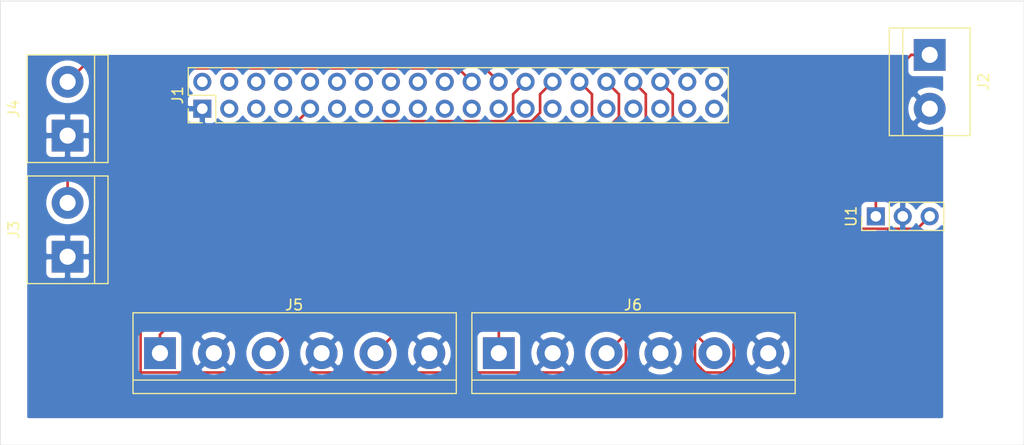
<source format=kicad_pcb>
(kicad_pcb (version 20171130) (host pcbnew "(5.1.4)-1")

  (general
    (thickness 1.6)
    (drawings 5)
    (tracks 62)
    (zones 0)
    (modules 7)
    (nets 42)
  )

  (page A4)
  (layers
    (0 F.Cu signal)
    (31 B.Cu signal)
    (32 B.Adhes user)
    (33 F.Adhes user)
    (34 B.Paste user)
    (35 F.Paste user)
    (36 B.SilkS user)
    (37 F.SilkS user)
    (38 B.Mask user)
    (39 F.Mask user)
    (40 Dwgs.User user)
    (41 Cmts.User user)
    (42 Eco1.User user)
    (43 Eco2.User user)
    (44 Edge.Cuts user)
    (45 Margin user)
    (46 B.CrtYd user)
    (47 F.CrtYd user)
    (48 B.Fab user)
    (49 F.Fab user)
  )

  (setup
    (last_trace_width 0.25)
    (trace_clearance 0.2)
    (zone_clearance 0.508)
    (zone_45_only no)
    (trace_min 0.2)
    (via_size 0.8)
    (via_drill 0.4)
    (via_min_size 0.4)
    (via_min_drill 0.3)
    (uvia_size 0.3)
    (uvia_drill 0.1)
    (uvias_allowed no)
    (uvia_min_size 0.2)
    (uvia_min_drill 0.1)
    (edge_width 0.05)
    (segment_width 0.2)
    (pcb_text_width 0.3)
    (pcb_text_size 1.5 1.5)
    (mod_edge_width 0.12)
    (mod_text_size 1 1)
    (mod_text_width 0.15)
    (pad_size 1.524 1.524)
    (pad_drill 0.762)
    (pad_to_mask_clearance 0.051)
    (solder_mask_min_width 0.25)
    (aux_axis_origin 0 0)
    (visible_elements FFFFFF7F)
    (pcbplotparams
      (layerselection 0x010fc_ffffffff)
      (usegerberextensions false)
      (usegerberattributes false)
      (usegerberadvancedattributes false)
      (creategerberjobfile false)
      (excludeedgelayer true)
      (linewidth 0.100000)
      (plotframeref false)
      (viasonmask false)
      (mode 1)
      (useauxorigin false)
      (hpglpennumber 1)
      (hpglpenspeed 20)
      (hpglpendiameter 15.000000)
      (psnegative false)
      (psa4output false)
      (plotreference true)
      (plotvalue true)
      (plotinvisibletext false)
      (padsonsilk false)
      (subtractmaskfromsilk false)
      (outputformat 1)
      (mirror false)
      (drillshape 1)
      (scaleselection 1)
      (outputdirectory ""))
  )

  (net 0 "")
  (net 1 GND)
  (net 2 "Net-(J1-Pad2)")
  (net 3 "Net-(J1-Pad3)")
  (net 4 "Net-(J1-Pad4)")
  (net 5 "Net-(J1-Pad5)")
  (net 6 "Net-(J1-Pad6)")
  (net 7 "Net-(J1-Pad7)")
  (net 8 "Net-(J1-Pad8)")
  (net 9 +12V)
  (net 10 "Net-(J1-Pad10)")
  (net 11 "Net-(J1-Pad11)")
  (net 12 "Net-(J1-Pad12)")
  (net 13 "Net-(J1-Pad13)")
  (net 14 "Net-(J1-Pad14)")
  (net 15 "Net-(J1-Pad15)")
  (net 16 "Net-(J1-Pad16)")
  (net 17 "Net-(J1-Pad17)")
  (net 18 "Net-(J1-Pad18)")
  (net 19 "Net-(J1-Pad19)")
  (net 20 "Net-(J1-Pad20)")
  (net 21 "Net-(J1-Pad21)")
  (net 22 "Net-(J1-Pad22)")
  (net 23 "Net-(J1-Pad23)")
  (net 24 "Net-(J1-Pad24)")
  (net 25 "Net-(J1-Pad25)")
  (net 26 /X_PUL)
  (net 27 "Net-(J1-Pad27)")
  (net 28 /X_DIR)
  (net 29 "Net-(J1-Pad29)")
  (net 30 /X_ENA)
  (net 31 "Net-(J1-Pad31)")
  (net 32 /Y_PUL)
  (net 33 "Net-(J1-Pad33)")
  (net 34 /Y_DIR)
  (net 35 "Net-(J1-Pad35)")
  (net 36 /Y_ENA)
  (net 37 "Net-(J1-Pad37)")
  (net 38 "Net-(J1-Pad38)")
  (net 39 "Net-(J1-Pad39)")
  (net 40 "Net-(J1-Pad40)")
  (net 41 "Net-(J2-Pad1)")

  (net_class Default "This is the default net class."
    (clearance 0.2)
    (trace_width 0.25)
    (via_dia 0.8)
    (via_drill 0.4)
    (uvia_dia 0.3)
    (uvia_drill 0.1)
    (add_net +12V)
    (add_net /X_DIR)
    (add_net /X_ENA)
    (add_net /X_PUL)
    (add_net /Y_DIR)
    (add_net /Y_ENA)
    (add_net /Y_PUL)
    (add_net GND)
    (add_net "Net-(J1-Pad10)")
    (add_net "Net-(J1-Pad11)")
    (add_net "Net-(J1-Pad12)")
    (add_net "Net-(J1-Pad13)")
    (add_net "Net-(J1-Pad14)")
    (add_net "Net-(J1-Pad15)")
    (add_net "Net-(J1-Pad16)")
    (add_net "Net-(J1-Pad17)")
    (add_net "Net-(J1-Pad18)")
    (add_net "Net-(J1-Pad19)")
    (add_net "Net-(J1-Pad2)")
    (add_net "Net-(J1-Pad20)")
    (add_net "Net-(J1-Pad21)")
    (add_net "Net-(J1-Pad22)")
    (add_net "Net-(J1-Pad23)")
    (add_net "Net-(J1-Pad24)")
    (add_net "Net-(J1-Pad25)")
    (add_net "Net-(J1-Pad27)")
    (add_net "Net-(J1-Pad29)")
    (add_net "Net-(J1-Pad3)")
    (add_net "Net-(J1-Pad31)")
    (add_net "Net-(J1-Pad33)")
    (add_net "Net-(J1-Pad35)")
    (add_net "Net-(J1-Pad37)")
    (add_net "Net-(J1-Pad38)")
    (add_net "Net-(J1-Pad39)")
    (add_net "Net-(J1-Pad4)")
    (add_net "Net-(J1-Pad40)")
    (add_net "Net-(J1-Pad5)")
    (add_net "Net-(J1-Pad6)")
    (add_net "Net-(J1-Pad7)")
    (add_net "Net-(J1-Pad8)")
    (add_net "Net-(J2-Pad1)")
  )

  (module Connector_PinHeader_2.54mm:PinHeader_2x20_P2.54mm_Vertical (layer F.Cu) (tedit 59FED5CC) (tstamp 61FA4D21)
    (at 111.76 30.48 90)
    (descr "Through hole straight pin header, 2x20, 2.54mm pitch, double rows")
    (tags "Through hole pin header THT 2x20 2.54mm double row")
    (path /61F999CE)
    (fp_text reference J1 (at 1.27 -2.33 90) (layer F.SilkS)
      (effects (font (size 1 1) (thickness 0.15)))
    )
    (fp_text value Conn_02x20_Odd_Even (at 1.27 50.59 90) (layer F.Fab)
      (effects (font (size 1 1) (thickness 0.15)))
    )
    (fp_line (start 0 -1.27) (end 3.81 -1.27) (layer F.Fab) (width 0.1))
    (fp_line (start 3.81 -1.27) (end 3.81 49.53) (layer F.Fab) (width 0.1))
    (fp_line (start 3.81 49.53) (end -1.27 49.53) (layer F.Fab) (width 0.1))
    (fp_line (start -1.27 49.53) (end -1.27 0) (layer F.Fab) (width 0.1))
    (fp_line (start -1.27 0) (end 0 -1.27) (layer F.Fab) (width 0.1))
    (fp_line (start -1.33 49.59) (end 3.87 49.59) (layer F.SilkS) (width 0.12))
    (fp_line (start -1.33 1.27) (end -1.33 49.59) (layer F.SilkS) (width 0.12))
    (fp_line (start 3.87 -1.33) (end 3.87 49.59) (layer F.SilkS) (width 0.12))
    (fp_line (start -1.33 1.27) (end 1.27 1.27) (layer F.SilkS) (width 0.12))
    (fp_line (start 1.27 1.27) (end 1.27 -1.33) (layer F.SilkS) (width 0.12))
    (fp_line (start 1.27 -1.33) (end 3.87 -1.33) (layer F.SilkS) (width 0.12))
    (fp_line (start -1.33 0) (end -1.33 -1.33) (layer F.SilkS) (width 0.12))
    (fp_line (start -1.33 -1.33) (end 0 -1.33) (layer F.SilkS) (width 0.12))
    (fp_line (start -1.8 -1.8) (end -1.8 50.05) (layer F.CrtYd) (width 0.05))
    (fp_line (start -1.8 50.05) (end 4.35 50.05) (layer F.CrtYd) (width 0.05))
    (fp_line (start 4.35 50.05) (end 4.35 -1.8) (layer F.CrtYd) (width 0.05))
    (fp_line (start 4.35 -1.8) (end -1.8 -1.8) (layer F.CrtYd) (width 0.05))
    (fp_text user %R (at 1.27 24.13) (layer F.Fab)
      (effects (font (size 1 1) (thickness 0.15)))
    )
    (pad 1 thru_hole rect (at 0 0 90) (size 1.7 1.7) (drill 1) (layers *.Cu *.Mask)
      (net 1 GND))
    (pad 2 thru_hole oval (at 2.54 0 90) (size 1.7 1.7) (drill 1) (layers *.Cu *.Mask)
      (net 2 "Net-(J1-Pad2)"))
    (pad 3 thru_hole oval (at 0 2.54 90) (size 1.7 1.7) (drill 1) (layers *.Cu *.Mask)
      (net 3 "Net-(J1-Pad3)"))
    (pad 4 thru_hole oval (at 2.54 2.54 90) (size 1.7 1.7) (drill 1) (layers *.Cu *.Mask)
      (net 4 "Net-(J1-Pad4)"))
    (pad 5 thru_hole oval (at 0 5.08 90) (size 1.7 1.7) (drill 1) (layers *.Cu *.Mask)
      (net 5 "Net-(J1-Pad5)"))
    (pad 6 thru_hole oval (at 2.54 5.08 90) (size 1.7 1.7) (drill 1) (layers *.Cu *.Mask)
      (net 6 "Net-(J1-Pad6)"))
    (pad 7 thru_hole oval (at 0 7.62 90) (size 1.7 1.7) (drill 1) (layers *.Cu *.Mask)
      (net 7 "Net-(J1-Pad7)"))
    (pad 8 thru_hole oval (at 2.54 7.62 90) (size 1.7 1.7) (drill 1) (layers *.Cu *.Mask)
      (net 8 "Net-(J1-Pad8)"))
    (pad 9 thru_hole oval (at 0 10.16 90) (size 1.7 1.7) (drill 1) (layers *.Cu *.Mask)
      (net 9 +12V))
    (pad 10 thru_hole oval (at 2.54 10.16 90) (size 1.7 1.7) (drill 1) (layers *.Cu *.Mask)
      (net 10 "Net-(J1-Pad10)"))
    (pad 11 thru_hole oval (at 0 12.7 90) (size 1.7 1.7) (drill 1) (layers *.Cu *.Mask)
      (net 11 "Net-(J1-Pad11)"))
    (pad 12 thru_hole oval (at 2.54 12.7 90) (size 1.7 1.7) (drill 1) (layers *.Cu *.Mask)
      (net 12 "Net-(J1-Pad12)"))
    (pad 13 thru_hole oval (at 0 15.24 90) (size 1.7 1.7) (drill 1) (layers *.Cu *.Mask)
      (net 13 "Net-(J1-Pad13)"))
    (pad 14 thru_hole oval (at 2.54 15.24 90) (size 1.7 1.7) (drill 1) (layers *.Cu *.Mask)
      (net 14 "Net-(J1-Pad14)"))
    (pad 15 thru_hole oval (at 0 17.78 90) (size 1.7 1.7) (drill 1) (layers *.Cu *.Mask)
      (net 15 "Net-(J1-Pad15)"))
    (pad 16 thru_hole oval (at 2.54 17.78 90) (size 1.7 1.7) (drill 1) (layers *.Cu *.Mask)
      (net 16 "Net-(J1-Pad16)"))
    (pad 17 thru_hole oval (at 0 20.32 90) (size 1.7 1.7) (drill 1) (layers *.Cu *.Mask)
      (net 17 "Net-(J1-Pad17)"))
    (pad 18 thru_hole oval (at 2.54 20.32 90) (size 1.7 1.7) (drill 1) (layers *.Cu *.Mask)
      (net 18 "Net-(J1-Pad18)"))
    (pad 19 thru_hole oval (at 0 22.86 90) (size 1.7 1.7) (drill 1) (layers *.Cu *.Mask)
      (net 19 "Net-(J1-Pad19)"))
    (pad 20 thru_hole oval (at 2.54 22.86 90) (size 1.7 1.7) (drill 1) (layers *.Cu *.Mask)
      (net 20 "Net-(J1-Pad20)"))
    (pad 21 thru_hole oval (at 0 25.4 90) (size 1.7 1.7) (drill 1) (layers *.Cu *.Mask)
      (net 21 "Net-(J1-Pad21)"))
    (pad 22 thru_hole oval (at 2.54 25.4 90) (size 1.7 1.7) (drill 1) (layers *.Cu *.Mask)
      (net 22 "Net-(J1-Pad22)"))
    (pad 23 thru_hole oval (at 0 27.94 90) (size 1.7 1.7) (drill 1) (layers *.Cu *.Mask)
      (net 23 "Net-(J1-Pad23)"))
    (pad 24 thru_hole oval (at 2.54 27.94 90) (size 1.7 1.7) (drill 1) (layers *.Cu *.Mask)
      (net 24 "Net-(J1-Pad24)"))
    (pad 25 thru_hole oval (at 0 30.48 90) (size 1.7 1.7) (drill 1) (layers *.Cu *.Mask)
      (net 25 "Net-(J1-Pad25)"))
    (pad 26 thru_hole oval (at 2.54 30.48 90) (size 1.7 1.7) (drill 1) (layers *.Cu *.Mask)
      (net 26 /X_PUL))
    (pad 27 thru_hole oval (at 0 33.02 90) (size 1.7 1.7) (drill 1) (layers *.Cu *.Mask)
      (net 27 "Net-(J1-Pad27)"))
    (pad 28 thru_hole oval (at 2.54 33.02 90) (size 1.7 1.7) (drill 1) (layers *.Cu *.Mask)
      (net 28 /X_DIR))
    (pad 29 thru_hole oval (at 0 35.56 90) (size 1.7 1.7) (drill 1) (layers *.Cu *.Mask)
      (net 29 "Net-(J1-Pad29)"))
    (pad 30 thru_hole oval (at 2.54 35.56 90) (size 1.7 1.7) (drill 1) (layers *.Cu *.Mask)
      (net 30 /X_ENA))
    (pad 31 thru_hole oval (at 0 38.1 90) (size 1.7 1.7) (drill 1) (layers *.Cu *.Mask)
      (net 31 "Net-(J1-Pad31)"))
    (pad 32 thru_hole oval (at 2.54 38.1 90) (size 1.7 1.7) (drill 1) (layers *.Cu *.Mask)
      (net 32 /Y_PUL))
    (pad 33 thru_hole oval (at 0 40.64 90) (size 1.7 1.7) (drill 1) (layers *.Cu *.Mask)
      (net 33 "Net-(J1-Pad33)"))
    (pad 34 thru_hole oval (at 2.54 40.64 90) (size 1.7 1.7) (drill 1) (layers *.Cu *.Mask)
      (net 34 /Y_DIR))
    (pad 35 thru_hole oval (at 0 43.18 90) (size 1.7 1.7) (drill 1) (layers *.Cu *.Mask)
      (net 35 "Net-(J1-Pad35)"))
    (pad 36 thru_hole oval (at 2.54 43.18 90) (size 1.7 1.7) (drill 1) (layers *.Cu *.Mask)
      (net 36 /Y_ENA))
    (pad 37 thru_hole oval (at 0 45.72 90) (size 1.7 1.7) (drill 1) (layers *.Cu *.Mask)
      (net 37 "Net-(J1-Pad37)"))
    (pad 38 thru_hole oval (at 2.54 45.72 90) (size 1.7 1.7) (drill 1) (layers *.Cu *.Mask)
      (net 38 "Net-(J1-Pad38)"))
    (pad 39 thru_hole oval (at 0 48.26 90) (size 1.7 1.7) (drill 1) (layers *.Cu *.Mask)
      (net 39 "Net-(J1-Pad39)"))
    (pad 40 thru_hole oval (at 2.54 48.26 90) (size 1.7 1.7) (drill 1) (layers *.Cu *.Mask)
      (net 40 "Net-(J1-Pad40)"))
    (model ${KISYS3DMOD}/Connector_PinHeader_2.54mm.3dshapes/PinHeader_2x20_P2.54mm_Vertical.wrl
      (at (xyz 0 0 0))
      (scale (xyz 1 1 1))
      (rotate (xyz 0 0 0))
    )
  )

  (module TerminalBlock:TerminalBlock_bornier-2_P5.08mm (layer F.Cu) (tedit 59FF03AB) (tstamp 61FA5205)
    (at 180.34 25.4 270)
    (descr "simple 2-pin terminal block, pitch 5.08mm, revamped version of bornier2")
    (tags "terminal block bornier2")
    (path /61FA6FB0)
    (fp_text reference J2 (at 2.54 -5.08 90) (layer F.SilkS)
      (effects (font (size 1 1) (thickness 0.15)))
    )
    (fp_text value Conn_Coaxial_Power (at 2.54 5.08 90) (layer F.Fab)
      (effects (font (size 1 1) (thickness 0.15)))
    )
    (fp_text user %R (at 2.54 0 90) (layer F.Fab)
      (effects (font (size 1 1) (thickness 0.15)))
    )
    (fp_line (start -2.41 2.55) (end 7.49 2.55) (layer F.Fab) (width 0.1))
    (fp_line (start -2.46 -3.75) (end -2.46 3.75) (layer F.Fab) (width 0.1))
    (fp_line (start -2.46 3.75) (end 7.54 3.75) (layer F.Fab) (width 0.1))
    (fp_line (start 7.54 3.75) (end 7.54 -3.75) (layer F.Fab) (width 0.1))
    (fp_line (start 7.54 -3.75) (end -2.46 -3.75) (layer F.Fab) (width 0.1))
    (fp_line (start 7.62 2.54) (end -2.54 2.54) (layer F.SilkS) (width 0.12))
    (fp_line (start 7.62 3.81) (end 7.62 -3.81) (layer F.SilkS) (width 0.12))
    (fp_line (start 7.62 -3.81) (end -2.54 -3.81) (layer F.SilkS) (width 0.12))
    (fp_line (start -2.54 -3.81) (end -2.54 3.81) (layer F.SilkS) (width 0.12))
    (fp_line (start -2.54 3.81) (end 7.62 3.81) (layer F.SilkS) (width 0.12))
    (fp_line (start -2.71 -4) (end 7.79 -4) (layer F.CrtYd) (width 0.05))
    (fp_line (start -2.71 -4) (end -2.71 4) (layer F.CrtYd) (width 0.05))
    (fp_line (start 7.79 4) (end 7.79 -4) (layer F.CrtYd) (width 0.05))
    (fp_line (start 7.79 4) (end -2.71 4) (layer F.CrtYd) (width 0.05))
    (pad 1 thru_hole rect (at 0 0 270) (size 3 3) (drill 1.52) (layers *.Cu *.Mask)
      (net 41 "Net-(J2-Pad1)"))
    (pad 2 thru_hole circle (at 5.08 0 270) (size 3 3) (drill 1.52) (layers *.Cu *.Mask)
      (net 1 GND))
    (model ${KISYS3DMOD}/TerminalBlock.3dshapes/TerminalBlock_bornier-2_P5.08mm.wrl
      (offset (xyz 2.539999961853027 0 0))
      (scale (xyz 1 1 1))
      (rotate (xyz 0 0 0))
    )
  )

  (module TerminalBlock:TerminalBlock_bornier-2_P5.08mm (layer F.Cu) (tedit 59FF03AB) (tstamp 61FA54CB)
    (at 99.06 44.45 90)
    (descr "simple 2-pin terminal block, pitch 5.08mm, revamped version of bornier2")
    (tags "terminal block bornier2")
    (path /61FCE34B)
    (fp_text reference J3 (at 2.54 -5.08 90) (layer F.SilkS)
      (effects (font (size 1 1) (thickness 0.15)))
    )
    (fp_text value Conn_01x02 (at 2.54 5.08 90) (layer F.Fab)
      (effects (font (size 1 1) (thickness 0.15)))
    )
    (fp_text user %R (at 2.54 0 90) (layer F.Fab)
      (effects (font (size 1 1) (thickness 0.15)))
    )
    (fp_line (start -2.41 2.55) (end 7.49 2.55) (layer F.Fab) (width 0.1))
    (fp_line (start -2.46 -3.75) (end -2.46 3.75) (layer F.Fab) (width 0.1))
    (fp_line (start -2.46 3.75) (end 7.54 3.75) (layer F.Fab) (width 0.1))
    (fp_line (start 7.54 3.75) (end 7.54 -3.75) (layer F.Fab) (width 0.1))
    (fp_line (start 7.54 -3.75) (end -2.46 -3.75) (layer F.Fab) (width 0.1))
    (fp_line (start 7.62 2.54) (end -2.54 2.54) (layer F.SilkS) (width 0.12))
    (fp_line (start 7.62 3.81) (end 7.62 -3.81) (layer F.SilkS) (width 0.12))
    (fp_line (start 7.62 -3.81) (end -2.54 -3.81) (layer F.SilkS) (width 0.12))
    (fp_line (start -2.54 -3.81) (end -2.54 3.81) (layer F.SilkS) (width 0.12))
    (fp_line (start -2.54 3.81) (end 7.62 3.81) (layer F.SilkS) (width 0.12))
    (fp_line (start -2.71 -4) (end 7.79 -4) (layer F.CrtYd) (width 0.05))
    (fp_line (start -2.71 -4) (end -2.71 4) (layer F.CrtYd) (width 0.05))
    (fp_line (start 7.79 4) (end 7.79 -4) (layer F.CrtYd) (width 0.05))
    (fp_line (start 7.79 4) (end -2.71 4) (layer F.CrtYd) (width 0.05))
    (pad 1 thru_hole rect (at 0 0 90) (size 3 3) (drill 1.52) (layers *.Cu *.Mask)
      (net 1 GND))
    (pad 2 thru_hole circle (at 5.08 0 90) (size 3 3) (drill 1.52) (layers *.Cu *.Mask)
      (net 22 "Net-(J1-Pad22)"))
    (model ${KISYS3DMOD}/TerminalBlock.3dshapes/TerminalBlock_bornier-2_P5.08mm.wrl
      (offset (xyz 2.539999961853027 0 0))
      (scale (xyz 1 1 1))
      (rotate (xyz 0 0 0))
    )
  )

  (module TerminalBlock:TerminalBlock_bornier-2_P5.08mm (layer F.Cu) (tedit 59FF03AB) (tstamp 61FA548F)
    (at 99.06 33.02 90)
    (descr "simple 2-pin terminal block, pitch 5.08mm, revamped version of bornier2")
    (tags "terminal block bornier2")
    (path /61FCBBE0)
    (fp_text reference J4 (at 2.54 -5.08 90) (layer F.SilkS)
      (effects (font (size 1 1) (thickness 0.15)))
    )
    (fp_text value Conn_01x02 (at 2.54 5.08 90) (layer F.Fab)
      (effects (font (size 1 1) (thickness 0.15)))
    )
    (fp_line (start 7.79 4) (end -2.71 4) (layer F.CrtYd) (width 0.05))
    (fp_line (start 7.79 4) (end 7.79 -4) (layer F.CrtYd) (width 0.05))
    (fp_line (start -2.71 -4) (end -2.71 4) (layer F.CrtYd) (width 0.05))
    (fp_line (start -2.71 -4) (end 7.79 -4) (layer F.CrtYd) (width 0.05))
    (fp_line (start -2.54 3.81) (end 7.62 3.81) (layer F.SilkS) (width 0.12))
    (fp_line (start -2.54 -3.81) (end -2.54 3.81) (layer F.SilkS) (width 0.12))
    (fp_line (start 7.62 -3.81) (end -2.54 -3.81) (layer F.SilkS) (width 0.12))
    (fp_line (start 7.62 3.81) (end 7.62 -3.81) (layer F.SilkS) (width 0.12))
    (fp_line (start 7.62 2.54) (end -2.54 2.54) (layer F.SilkS) (width 0.12))
    (fp_line (start 7.54 -3.75) (end -2.46 -3.75) (layer F.Fab) (width 0.1))
    (fp_line (start 7.54 3.75) (end 7.54 -3.75) (layer F.Fab) (width 0.1))
    (fp_line (start -2.46 3.75) (end 7.54 3.75) (layer F.Fab) (width 0.1))
    (fp_line (start -2.46 -3.75) (end -2.46 3.75) (layer F.Fab) (width 0.1))
    (fp_line (start -2.41 2.55) (end 7.49 2.55) (layer F.Fab) (width 0.1))
    (fp_text user %R (at 2.54 0 90) (layer F.Fab)
      (effects (font (size 1 1) (thickness 0.15)))
    )
    (pad 2 thru_hole circle (at 5.08 0 90) (size 3 3) (drill 1.52) (layers *.Cu *.Mask)
      (net 24 "Net-(J1-Pad24)"))
    (pad 1 thru_hole rect (at 0 0 90) (size 3 3) (drill 1.52) (layers *.Cu *.Mask)
      (net 1 GND))
    (model ${KISYS3DMOD}/TerminalBlock.3dshapes/TerminalBlock_bornier-2_P5.08mm.wrl
      (offset (xyz 2.539999961853027 0 0))
      (scale (xyz 1 1 1))
      (rotate (xyz 0 0 0))
    )
  )

  (module TerminalBlock:TerminalBlock_bornier-6_P5.08mm (layer F.Cu) (tedit 59FF03F5) (tstamp 61FA4D79)
    (at 107.765001 53.555001)
    (descr "simple 6pin terminal block, pitch 5.08mm, revamped version of bornier6")
    (tags "terminal block bornier6")
    (path /61FAA974)
    (fp_text reference J5 (at 12.65 -4.55) (layer F.SilkS)
      (effects (font (size 1 1) (thickness 0.15)))
    )
    (fp_text value Conn_01x06 (at 12.7 4.75) (layer F.Fab)
      (effects (font (size 1 1) (thickness 0.15)))
    )
    (fp_text user %R (at 12.7 0) (layer F.Fab)
      (effects (font (size 1 1) (thickness 0.15)))
    )
    (fp_line (start -2.5 2.55) (end 27.9 2.55) (layer F.Fab) (width 0.1))
    (fp_line (start -2.5 -3.75) (end -2.5 3.75) (layer F.Fab) (width 0.1))
    (fp_line (start -2.5 3.75) (end 27.9 3.75) (layer F.Fab) (width 0.1))
    (fp_line (start 27.9 3.75) (end 27.9 -3.75) (layer F.Fab) (width 0.1))
    (fp_line (start 27.9 -3.75) (end -2.5 -3.75) (layer F.Fab) (width 0.1))
    (fp_line (start -2.54 -3.81) (end -2.54 3.81) (layer F.SilkS) (width 0.12))
    (fp_line (start 27.94 3.81) (end 27.94 -3.81) (layer F.SilkS) (width 0.12))
    (fp_line (start -2.54 2.54) (end 27.94 2.54) (layer F.SilkS) (width 0.12))
    (fp_line (start -2.54 -3.81) (end 27.94 -3.81) (layer F.SilkS) (width 0.12))
    (fp_line (start -2.54 3.81) (end 27.94 3.81) (layer F.SilkS) (width 0.12))
    (fp_line (start -2.75 -4) (end 28.15 -4) (layer F.CrtYd) (width 0.05))
    (fp_line (start -2.75 -4) (end -2.75 4) (layer F.CrtYd) (width 0.05))
    (fp_line (start 28.15 4) (end 28.15 -4) (layer F.CrtYd) (width 0.05))
    (fp_line (start 28.15 4) (end -2.75 4) (layer F.CrtYd) (width 0.05))
    (pad 2 thru_hole circle (at 5.08 0) (size 3 3) (drill 1.52) (layers *.Cu *.Mask)
      (net 1 GND))
    (pad 3 thru_hole circle (at 10.16 0) (size 3 3) (drill 1.52) (layers *.Cu *.Mask)
      (net 28 /X_DIR))
    (pad 1 thru_hole rect (at 0 0) (size 3 3) (drill 1.52) (layers *.Cu *.Mask)
      (net 26 /X_PUL))
    (pad 4 thru_hole circle (at 15.24 0) (size 3 3) (drill 1.52) (layers *.Cu *.Mask)
      (net 1 GND))
    (pad 5 thru_hole circle (at 20.32 0) (size 3 3) (drill 1.52) (layers *.Cu *.Mask)
      (net 30 /X_ENA))
    (pad 6 thru_hole circle (at 25.4 0) (size 3 3) (drill 1.52) (layers *.Cu *.Mask)
      (net 1 GND))
    (model ${KISYS3DMOD}/TerminalBlock.3dshapes/TerminalBlock_bornier-6_P5.08mm.wrl
      (offset (xyz 12.69999980926514 0 0))
      (scale (xyz 1 1 1))
      (rotate (xyz 0 0 0))
    )
  )

  (module TerminalBlock:TerminalBlock_bornier-6_P5.08mm (layer F.Cu) (tedit 59FF03F5) (tstamp 61FA4D92)
    (at 139.715001 53.555001)
    (descr "simple 6pin terminal block, pitch 5.08mm, revamped version of bornier6")
    (tags "terminal block bornier6")
    (path /61FAD3EC)
    (fp_text reference J6 (at 12.65 -4.55) (layer F.SilkS)
      (effects (font (size 1 1) (thickness 0.15)))
    )
    (fp_text value Conn_01x06 (at 12.7 4.75) (layer F.Fab)
      (effects (font (size 1 1) (thickness 0.15)))
    )
    (fp_line (start 28.15 4) (end -2.75 4) (layer F.CrtYd) (width 0.05))
    (fp_line (start 28.15 4) (end 28.15 -4) (layer F.CrtYd) (width 0.05))
    (fp_line (start -2.75 -4) (end -2.75 4) (layer F.CrtYd) (width 0.05))
    (fp_line (start -2.75 -4) (end 28.15 -4) (layer F.CrtYd) (width 0.05))
    (fp_line (start -2.54 3.81) (end 27.94 3.81) (layer F.SilkS) (width 0.12))
    (fp_line (start -2.54 -3.81) (end 27.94 -3.81) (layer F.SilkS) (width 0.12))
    (fp_line (start -2.54 2.54) (end 27.94 2.54) (layer F.SilkS) (width 0.12))
    (fp_line (start 27.94 3.81) (end 27.94 -3.81) (layer F.SilkS) (width 0.12))
    (fp_line (start -2.54 -3.81) (end -2.54 3.81) (layer F.SilkS) (width 0.12))
    (fp_line (start 27.9 -3.75) (end -2.5 -3.75) (layer F.Fab) (width 0.1))
    (fp_line (start 27.9 3.75) (end 27.9 -3.75) (layer F.Fab) (width 0.1))
    (fp_line (start -2.5 3.75) (end 27.9 3.75) (layer F.Fab) (width 0.1))
    (fp_line (start -2.5 -3.75) (end -2.5 3.75) (layer F.Fab) (width 0.1))
    (fp_line (start -2.5 2.55) (end 27.9 2.55) (layer F.Fab) (width 0.1))
    (fp_text user %R (at 12.7 0) (layer F.Fab)
      (effects (font (size 1 1) (thickness 0.15)))
    )
    (pad 6 thru_hole circle (at 25.4 0) (size 3 3) (drill 1.52) (layers *.Cu *.Mask)
      (net 1 GND))
    (pad 5 thru_hole circle (at 20.32 0) (size 3 3) (drill 1.52) (layers *.Cu *.Mask)
      (net 36 /Y_ENA))
    (pad 4 thru_hole circle (at 15.24 0) (size 3 3) (drill 1.52) (layers *.Cu *.Mask)
      (net 1 GND))
    (pad 1 thru_hole rect (at 0 0) (size 3 3) (drill 1.52) (layers *.Cu *.Mask)
      (net 32 /Y_PUL))
    (pad 3 thru_hole circle (at 10.16 0) (size 3 3) (drill 1.52) (layers *.Cu *.Mask)
      (net 34 /Y_DIR))
    (pad 2 thru_hole circle (at 5.08 0) (size 3 3) (drill 1.52) (layers *.Cu *.Mask)
      (net 1 GND))
    (model ${KISYS3DMOD}/TerminalBlock.3dshapes/TerminalBlock_bornier-6_P5.08mm.wrl
      (offset (xyz 12.69999980926514 0 0))
      (scale (xyz 1 1 1))
      (rotate (xyz 0 0 0))
    )
  )

  (module Connector_PinHeader_2.54mm:PinHeader_1x03_P2.54mm_Vertical (layer F.Cu) (tedit 59FED5CC) (tstamp 61FA5689)
    (at 175.26 40.64 90)
    (descr "Through hole straight pin header, 1x03, 2.54mm pitch, single row")
    (tags "Through hole pin header THT 1x03 2.54mm single row")
    (path /61FA03B5)
    (fp_text reference U1 (at 0 -2.33 90) (layer F.SilkS)
      (effects (font (size 1 1) (thickness 0.15)))
    )
    (fp_text value I50115 (at 0 7.41 90) (layer F.Fab)
      (effects (font (size 1 1) (thickness 0.15)))
    )
    (fp_line (start -0.635 -1.27) (end 1.27 -1.27) (layer F.Fab) (width 0.1))
    (fp_line (start 1.27 -1.27) (end 1.27 6.35) (layer F.Fab) (width 0.1))
    (fp_line (start 1.27 6.35) (end -1.27 6.35) (layer F.Fab) (width 0.1))
    (fp_line (start -1.27 6.35) (end -1.27 -0.635) (layer F.Fab) (width 0.1))
    (fp_line (start -1.27 -0.635) (end -0.635 -1.27) (layer F.Fab) (width 0.1))
    (fp_line (start -1.33 6.41) (end 1.33 6.41) (layer F.SilkS) (width 0.12))
    (fp_line (start -1.33 1.27) (end -1.33 6.41) (layer F.SilkS) (width 0.12))
    (fp_line (start 1.33 1.27) (end 1.33 6.41) (layer F.SilkS) (width 0.12))
    (fp_line (start -1.33 1.27) (end 1.33 1.27) (layer F.SilkS) (width 0.12))
    (fp_line (start -1.33 0) (end -1.33 -1.33) (layer F.SilkS) (width 0.12))
    (fp_line (start -1.33 -1.33) (end 0 -1.33) (layer F.SilkS) (width 0.12))
    (fp_line (start -1.8 -1.8) (end -1.8 6.85) (layer F.CrtYd) (width 0.05))
    (fp_line (start -1.8 6.85) (end 1.8 6.85) (layer F.CrtYd) (width 0.05))
    (fp_line (start 1.8 6.85) (end 1.8 -1.8) (layer F.CrtYd) (width 0.05))
    (fp_line (start 1.8 -1.8) (end -1.8 -1.8) (layer F.CrtYd) (width 0.05))
    (fp_text user %R (at 0 2.54 180) (layer F.Fab)
      (effects (font (size 1 1) (thickness 0.15)))
    )
    (pad 1 thru_hole rect (at 0 0 90) (size 1.7 1.7) (drill 1) (layers *.Cu *.Mask)
      (net 41 "Net-(J2-Pad1)"))
    (pad 2 thru_hole oval (at 0 2.54 90) (size 1.7 1.7) (drill 1) (layers *.Cu *.Mask)
      (net 1 GND))
    (pad 3 thru_hole oval (at 0 5.08 90) (size 1.7 1.7) (drill 1) (layers *.Cu *.Mask)
      (net 9 +12V))
    (model ${KISYS3DMOD}/Connector_PinHeader_2.54mm.3dshapes/PinHeader_1x03_P2.54mm_Vertical.wrl
      (at (xyz 0 0 0))
      (scale (xyz 1 1 1))
      (rotate (xyz 0 0 0))
    )
  )

  (gr_line (start 189.23 20.32) (end 186.69 20.32) (layer Edge.Cuts) (width 0.05) (tstamp 61FA56EC))
  (gr_line (start 189.23 62.23) (end 189.23 20.32) (layer Edge.Cuts) (width 0.05))
  (gr_line (start 92.71 62.23) (end 189.23 62.23) (layer Edge.Cuts) (width 0.05))
  (gr_line (start 92.71 20.32) (end 92.71 62.23) (layer Edge.Cuts) (width 0.05))
  (gr_line (start 186.69 20.32) (end 92.71 20.32) (layer Edge.Cuts) (width 0.05))

  (segment (start 121.070001 31.329999) (end 121.92 30.48) (width 0.25) (layer F.Cu) (net 9))
  (segment (start 105.94 46.46) (end 121.070001 31.329999) (width 0.25) (layer F.Cu) (net 9))
  (segment (start 105.94 55.315002) (end 105.94 46.46) (width 0.25) (layer F.Cu) (net 9))
  (segment (start 106.005 55.380002) (end 105.94 55.315002) (width 0.25) (layer F.Cu) (net 9))
  (segment (start 150.751002 55.380002) (end 106.005 55.380002) (width 0.25) (layer F.Cu) (net 9))
  (segment (start 151.700002 54.431002) (end 150.751002 55.380002) (width 0.25) (layer F.Cu) (net 9))
  (segment (start 154.025011 50.353991) (end 151.700002 52.679) (width 0.25) (layer F.Cu) (net 9))
  (segment (start 155.884991 50.353991) (end 154.025011 50.353991) (width 0.25) (layer F.Cu) (net 9))
  (segment (start 158.21 52.679) (end 155.884991 50.353991) (width 0.25) (layer F.Cu) (net 9))
  (segment (start 158.21 54.431002) (end 158.21 52.679) (width 0.25) (layer F.Cu) (net 9))
  (segment (start 159.159 55.380002) (end 158.21 54.431002) (width 0.25) (layer F.Cu) (net 9))
  (segment (start 160.911002 55.380002) (end 159.159 55.380002) (width 0.25) (layer F.Cu) (net 9))
  (segment (start 161.860002 54.431002) (end 160.911002 55.380002) (width 0.25) (layer F.Cu) (net 9))
  (segment (start 161.860002 52.679) (end 161.860002 54.431002) (width 0.25) (layer F.Cu) (net 9))
  (segment (start 172.724001 41.815001) (end 161.860002 52.679) (width 0.25) (layer F.Cu) (net 9))
  (segment (start 151.700002 52.679) (end 151.700002 54.431002) (width 0.25) (layer F.Cu) (net 9))
  (segment (start 179.164999 41.815001) (end 172.724001 41.815001) (width 0.25) (layer F.Cu) (net 9))
  (segment (start 180.34 40.64) (end 179.164999 41.815001) (width 0.25) (layer F.Cu) (net 9))
  (segment (start 99.06 37.24868) (end 109.63868 26.67) (width 0.25) (layer F.Cu) (net 22))
  (segment (start 99.06 39.37) (end 99.06 37.24868) (width 0.25) (layer F.Cu) (net 22))
  (segment (start 135.89 26.67) (end 137.16 27.94) (width 0.25) (layer F.Cu) (net 22))
  (segment (start 109.63868 26.67) (end 135.89 26.67) (width 0.25) (layer F.Cu) (net 22))
  (segment (start 138.850001 27.090001) (end 139.7 27.94) (width 0.25) (layer F.Cu) (net 24))
  (segment (start 137.97999 26.21999) (end 138.850001 27.090001) (width 0.25) (layer F.Cu) (net 24))
  (segment (start 100.78001 26.21999) (end 137.97999 26.21999) (width 0.25) (layer F.Cu) (net 24))
  (segment (start 99.06 27.94) (end 100.78001 26.21999) (width 0.25) (layer F.Cu) (net 24))
  (segment (start 141.390001 28.789999) (end 142.24 27.94) (width 0.25) (layer F.Cu) (net 26))
  (segment (start 141.064999 29.115001) (end 141.390001 28.789999) (width 0.25) (layer F.Cu) (net 26))
  (segment (start 141.064999 30.854003) (end 141.064999 29.115001) (width 0.25) (layer F.Cu) (net 26))
  (segment (start 140.264001 31.655001) (end 141.064999 30.854003) (width 0.25) (layer F.Cu) (net 26))
  (segment (start 127.915001 31.655001) (end 140.264001 31.655001) (width 0.25) (layer F.Cu) (net 26))
  (segment (start 107.765001 51.805001) (end 127.915001 31.655001) (width 0.25) (layer F.Cu) (net 26))
  (segment (start 107.765001 53.555001) (end 107.765001 51.805001) (width 0.25) (layer F.Cu) (net 26))
  (segment (start 143.930001 28.789999) (end 144.78 27.94) (width 0.25) (layer F.Cu) (net 28))
  (segment (start 143.604999 29.115001) (end 143.930001 28.789999) (width 0.25) (layer F.Cu) (net 28))
  (segment (start 143.604999 30.854003) (end 143.604999 29.115001) (width 0.25) (layer F.Cu) (net 28))
  (segment (start 141.675999 31.655001) (end 142.804001 31.655001) (width 0.25) (layer F.Cu) (net 28))
  (segment (start 142.804001 31.655001) (end 143.604999 30.854003) (width 0.25) (layer F.Cu) (net 28))
  (segment (start 121.275998 52.055002) (end 141.675999 31.655001) (width 0.25) (layer F.Cu) (net 28))
  (segment (start 119.425 52.055002) (end 121.275998 52.055002) (width 0.25) (layer F.Cu) (net 28))
  (segment (start 117.925001 53.555001) (end 119.425 52.055002) (width 0.25) (layer F.Cu) (net 28))
  (segment (start 148.169999 28.789999) (end 147.32 27.94) (width 0.25) (layer F.Cu) (net 30))
  (segment (start 148.495001 29.115001) (end 148.169999 28.789999) (width 0.25) (layer F.Cu) (net 30))
  (segment (start 148.495001 33.145001) (end 148.495001 29.115001) (width 0.25) (layer F.Cu) (net 30))
  (segment (start 128.085001 53.555001) (end 148.495001 33.145001) (width 0.25) (layer F.Cu) (net 30))
  (segment (start 150.709999 28.789999) (end 149.86 27.94) (width 0.25) (layer F.Cu) (net 32))
  (segment (start 151.035001 29.115001) (end 150.709999 28.789999) (width 0.25) (layer F.Cu) (net 32))
  (segment (start 151.035001 31.241411) (end 151.035001 29.115001) (width 0.25) (layer F.Cu) (net 32))
  (segment (start 139.715001 42.561411) (end 151.035001 31.241411) (width 0.25) (layer F.Cu) (net 32))
  (segment (start 139.715001 53.555001) (end 139.715001 42.561411) (width 0.25) (layer F.Cu) (net 32))
  (segment (start 153.249999 28.789999) (end 152.4 27.94) (width 0.25) (layer F.Cu) (net 34))
  (segment (start 153.575001 29.115001) (end 153.249999 28.789999) (width 0.25) (layer F.Cu) (net 34))
  (segment (start 153.575001 49.855001) (end 153.575001 29.115001) (width 0.25) (layer F.Cu) (net 34))
  (segment (start 149.875001 53.555001) (end 153.575001 49.855001) (width 0.25) (layer F.Cu) (net 34))
  (segment (start 155.789999 28.789999) (end 154.94 27.94) (width 0.25) (layer F.Cu) (net 36))
  (segment (start 156.115001 29.115001) (end 155.789999 28.789999) (width 0.25) (layer F.Cu) (net 36))
  (segment (start 156.115001 49.635001) (end 156.115001 29.115001) (width 0.25) (layer F.Cu) (net 36))
  (segment (start 160.035001 53.555001) (end 156.115001 49.635001) (width 0.25) (layer F.Cu) (net 36))
  (segment (start 175.26 39.54) (end 175.26 40.64) (width 0.25) (layer F.Cu) (net 41))
  (segment (start 175.26 28.73) (end 175.26 39.54) (width 0.25) (layer F.Cu) (net 41))
  (segment (start 178.59 25.4) (end 175.26 28.73) (width 0.25) (layer F.Cu) (net 41))
  (segment (start 180.34 25.4) (end 178.59 25.4) (width 0.25) (layer F.Cu) (net 41))

  (zone (net 1) (net_name GND) (layer B.Cu) (tstamp 61FA56E7) (hatch edge 0.508)
    (connect_pads (clearance 0.508))
    (min_thickness 0.254)
    (fill yes (arc_segments 32) (thermal_gap 0.508) (thermal_bridge_width 0.508))
    (polygon
      (pts
        (xy 95.25 25.4) (xy 181.61 25.4) (xy 181.61 59.69) (xy 95.25 59.69)
      )
    )
    (filled_polygon
      (pts
        (xy 178.201928 26.9) (xy 178.214188 27.024482) (xy 178.250498 27.14418) (xy 178.309463 27.254494) (xy 178.388815 27.351185)
        (xy 178.485506 27.430537) (xy 178.59582 27.489502) (xy 178.715518 27.525812) (xy 178.84 27.538072) (xy 181.483 27.538072)
        (xy 181.483 28.666148) (xy 181.121255 28.48198) (xy 180.716449 28.367956) (xy 180.297176 28.335098) (xy 179.879549 28.384666)
        (xy 179.479617 28.514757) (xy 179.183962 28.672786) (xy 179.027952 28.988347) (xy 180.34 30.300395) (xy 180.354143 30.286253)
        (xy 180.533748 30.465858) (xy 180.519605 30.48) (xy 180.533748 30.494143) (xy 180.354143 30.673748) (xy 180.34 30.659605)
        (xy 179.027952 31.971653) (xy 179.183962 32.287214) (xy 179.558745 32.47802) (xy 179.963551 32.592044) (xy 180.382824 32.624902)
        (xy 180.800451 32.575334) (xy 181.200383 32.445243) (xy 181.483 32.294183) (xy 181.483 39.691931) (xy 181.395134 39.584866)
        (xy 181.169014 39.399294) (xy 180.911034 39.261401) (xy 180.631111 39.176487) (xy 180.41295 39.155) (xy 180.26705 39.155)
        (xy 180.048889 39.176487) (xy 179.768966 39.261401) (xy 179.510986 39.399294) (xy 179.284866 39.584866) (xy 179.099294 39.810986)
        (xy 179.064799 39.875523) (xy 178.995178 39.758645) (xy 178.800269 39.542412) (xy 178.56692 39.368359) (xy 178.304099 39.243175)
        (xy 178.15689 39.198524) (xy 177.927 39.319845) (xy 177.927 40.513) (xy 177.947 40.513) (xy 177.947 40.767)
        (xy 177.927 40.767) (xy 177.927 41.960155) (xy 178.15689 42.081476) (xy 178.304099 42.036825) (xy 178.56692 41.911641)
        (xy 178.800269 41.737588) (xy 178.995178 41.521355) (xy 179.064799 41.404477) (xy 179.099294 41.469014) (xy 179.284866 41.695134)
        (xy 179.510986 41.880706) (xy 179.768966 42.018599) (xy 180.048889 42.103513) (xy 180.26705 42.125) (xy 180.41295 42.125)
        (xy 180.631111 42.103513) (xy 180.911034 42.018599) (xy 181.169014 41.880706) (xy 181.395134 41.695134) (xy 181.483 41.588069)
        (xy 181.483 59.563) (xy 95.377 59.563) (xy 95.377 52.055001) (xy 105.626929 52.055001) (xy 105.626929 55.055001)
        (xy 105.639189 55.179483) (xy 105.675499 55.299181) (xy 105.734464 55.409495) (xy 105.813816 55.506186) (xy 105.910507 55.585538)
        (xy 106.020821 55.644503) (xy 106.140519 55.680813) (xy 106.265001 55.693073) (xy 109.265001 55.693073) (xy 109.389483 55.680813)
        (xy 109.509181 55.644503) (xy 109.619495 55.585538) (xy 109.716186 55.506186) (xy 109.795538 55.409495) (xy 109.854503 55.299181)
        (xy 109.890813 55.179483) (xy 109.903073 55.055001) (xy 109.903073 55.046654) (xy 111.532953 55.046654) (xy 111.688963 55.362215)
        (xy 112.063746 55.553021) (xy 112.468552 55.667045) (xy 112.887825 55.699903) (xy 113.305452 55.650335) (xy 113.705384 55.520244)
        (xy 114.001039 55.362215) (xy 114.157049 55.046654) (xy 112.845001 53.734606) (xy 111.532953 55.046654) (xy 109.903073 55.046654)
        (xy 109.903073 53.597825) (xy 110.700099 53.597825) (xy 110.749667 54.015452) (xy 110.879758 54.415384) (xy 111.037787 54.711039)
        (xy 111.353348 54.867049) (xy 112.665396 53.555001) (xy 113.024606 53.555001) (xy 114.336654 54.867049) (xy 114.652215 54.711039)
        (xy 114.843021 54.336256) (xy 114.957045 53.93145) (xy 114.989903 53.512177) (xy 114.970028 53.344722) (xy 115.790001 53.344722)
        (xy 115.790001 53.76528) (xy 115.872048 54.177757) (xy 116.032989 54.566303) (xy 116.266638 54.915984) (xy 116.564018 55.213364)
        (xy 116.913699 55.447013) (xy 117.302245 55.607954) (xy 117.714722 55.690001) (xy 118.13528 55.690001) (xy 118.547757 55.607954)
        (xy 118.936303 55.447013) (xy 119.285984 55.213364) (xy 119.452694 55.046654) (xy 121.692953 55.046654) (xy 121.848963 55.362215)
        (xy 122.223746 55.553021) (xy 122.628552 55.667045) (xy 123.047825 55.699903) (xy 123.465452 55.650335) (xy 123.865384 55.520244)
        (xy 124.161039 55.362215) (xy 124.317049 55.046654) (xy 123.005001 53.734606) (xy 121.692953 55.046654) (xy 119.452694 55.046654)
        (xy 119.583364 54.915984) (xy 119.817013 54.566303) (xy 119.977954 54.177757) (xy 120.060001 53.76528) (xy 120.060001 53.597825)
        (xy 120.860099 53.597825) (xy 120.909667 54.015452) (xy 121.039758 54.415384) (xy 121.197787 54.711039) (xy 121.513348 54.867049)
        (xy 122.825396 53.555001) (xy 123.184606 53.555001) (xy 124.496654 54.867049) (xy 124.812215 54.711039) (xy 125.003021 54.336256)
        (xy 125.117045 53.93145) (xy 125.149903 53.512177) (xy 125.130028 53.344722) (xy 125.950001 53.344722) (xy 125.950001 53.76528)
        (xy 126.032048 54.177757) (xy 126.192989 54.566303) (xy 126.426638 54.915984) (xy 126.724018 55.213364) (xy 127.073699 55.447013)
        (xy 127.462245 55.607954) (xy 127.874722 55.690001) (xy 128.29528 55.690001) (xy 128.707757 55.607954) (xy 129.096303 55.447013)
        (xy 129.445984 55.213364) (xy 129.612694 55.046654) (xy 131.852953 55.046654) (xy 132.008963 55.362215) (xy 132.383746 55.553021)
        (xy 132.788552 55.667045) (xy 133.207825 55.699903) (xy 133.625452 55.650335) (xy 134.025384 55.520244) (xy 134.321039 55.362215)
        (xy 134.477049 55.046654) (xy 133.165001 53.734606) (xy 131.852953 55.046654) (xy 129.612694 55.046654) (xy 129.743364 54.915984)
        (xy 129.977013 54.566303) (xy 130.137954 54.177757) (xy 130.220001 53.76528) (xy 130.220001 53.597825) (xy 131.020099 53.597825)
        (xy 131.069667 54.015452) (xy 131.199758 54.415384) (xy 131.357787 54.711039) (xy 131.673348 54.867049) (xy 132.985396 53.555001)
        (xy 133.344606 53.555001) (xy 134.656654 54.867049) (xy 134.972215 54.711039) (xy 135.163021 54.336256) (xy 135.277045 53.93145)
        (xy 135.309903 53.512177) (xy 135.260335 53.09455) (xy 135.130244 52.694618) (xy 134.972215 52.398963) (xy 134.656654 52.242953)
        (xy 133.344606 53.555001) (xy 132.985396 53.555001) (xy 131.673348 52.242953) (xy 131.357787 52.398963) (xy 131.166981 52.773746)
        (xy 131.052957 53.178552) (xy 131.020099 53.597825) (xy 130.220001 53.597825) (xy 130.220001 53.344722) (xy 130.137954 52.932245)
        (xy 129.977013 52.543699) (xy 129.743364 52.194018) (xy 129.612694 52.063348) (xy 131.852953 52.063348) (xy 133.165001 53.375396)
        (xy 134.477049 52.063348) (xy 134.472923 52.055001) (xy 137.576929 52.055001) (xy 137.576929 55.055001) (xy 137.589189 55.179483)
        (xy 137.625499 55.299181) (xy 137.684464 55.409495) (xy 137.763816 55.506186) (xy 137.860507 55.585538) (xy 137.970821 55.644503)
        (xy 138.090519 55.680813) (xy 138.215001 55.693073) (xy 141.215001 55.693073) (xy 141.339483 55.680813) (xy 141.459181 55.644503)
        (xy 141.569495 55.585538) (xy 141.666186 55.506186) (xy 141.745538 55.409495) (xy 141.804503 55.299181) (xy 141.840813 55.179483)
        (xy 141.853073 55.055001) (xy 141.853073 55.046654) (xy 143.482953 55.046654) (xy 143.638963 55.362215) (xy 144.013746 55.553021)
        (xy 144.418552 55.667045) (xy 144.837825 55.699903) (xy 145.255452 55.650335) (xy 145.655384 55.520244) (xy 145.951039 55.362215)
        (xy 146.107049 55.046654) (xy 144.795001 53.734606) (xy 143.482953 55.046654) (xy 141.853073 55.046654) (xy 141.853073 53.597825)
        (xy 142.650099 53.597825) (xy 142.699667 54.015452) (xy 142.829758 54.415384) (xy 142.987787 54.711039) (xy 143.303348 54.867049)
        (xy 144.615396 53.555001) (xy 144.974606 53.555001) (xy 146.286654 54.867049) (xy 146.602215 54.711039) (xy 146.793021 54.336256)
        (xy 146.907045 53.93145) (xy 146.939903 53.512177) (xy 146.920028 53.344722) (xy 147.740001 53.344722) (xy 147.740001 53.76528)
        (xy 147.822048 54.177757) (xy 147.982989 54.566303) (xy 148.216638 54.915984) (xy 148.514018 55.213364) (xy 148.863699 55.447013)
        (xy 149.252245 55.607954) (xy 149.664722 55.690001) (xy 150.08528 55.690001) (xy 150.497757 55.607954) (xy 150.886303 55.447013)
        (xy 151.235984 55.213364) (xy 151.402694 55.046654) (xy 153.642953 55.046654) (xy 153.798963 55.362215) (xy 154.173746 55.553021)
        (xy 154.578552 55.667045) (xy 154.997825 55.699903) (xy 155.415452 55.650335) (xy 155.815384 55.520244) (xy 156.111039 55.362215)
        (xy 156.267049 55.046654) (xy 154.955001 53.734606) (xy 153.642953 55.046654) (xy 151.402694 55.046654) (xy 151.533364 54.915984)
        (xy 151.767013 54.566303) (xy 151.927954 54.177757) (xy 152.010001 53.76528) (xy 152.010001 53.597825) (xy 152.810099 53.597825)
        (xy 152.859667 54.015452) (xy 152.989758 54.415384) (xy 153.147787 54.711039) (xy 153.463348 54.867049) (xy 154.775396 53.555001)
        (xy 155.134606 53.555001) (xy 156.446654 54.867049) (xy 156.762215 54.711039) (xy 156.953021 54.336256) (xy 157.067045 53.93145)
        (xy 157.099903 53.512177) (xy 157.080028 53.344722) (xy 157.900001 53.344722) (xy 157.900001 53.76528) (xy 157.982048 54.177757)
        (xy 158.142989 54.566303) (xy 158.376638 54.915984) (xy 158.674018 55.213364) (xy 159.023699 55.447013) (xy 159.412245 55.607954)
        (xy 159.824722 55.690001) (xy 160.24528 55.690001) (xy 160.657757 55.607954) (xy 161.046303 55.447013) (xy 161.395984 55.213364)
        (xy 161.562694 55.046654) (xy 163.802953 55.046654) (xy 163.958963 55.362215) (xy 164.333746 55.553021) (xy 164.738552 55.667045)
        (xy 165.157825 55.699903) (xy 165.575452 55.650335) (xy 165.975384 55.520244) (xy 166.271039 55.362215) (xy 166.427049 55.046654)
        (xy 165.115001 53.734606) (xy 163.802953 55.046654) (xy 161.562694 55.046654) (xy 161.693364 54.915984) (xy 161.927013 54.566303)
        (xy 162.087954 54.177757) (xy 162.170001 53.76528) (xy 162.170001 53.597825) (xy 162.970099 53.597825) (xy 163.019667 54.015452)
        (xy 163.149758 54.415384) (xy 163.307787 54.711039) (xy 163.623348 54.867049) (xy 164.935396 53.555001) (xy 165.294606 53.555001)
        (xy 166.606654 54.867049) (xy 166.922215 54.711039) (xy 167.113021 54.336256) (xy 167.227045 53.93145) (xy 167.259903 53.512177)
        (xy 167.210335 53.09455) (xy 167.080244 52.694618) (xy 166.922215 52.398963) (xy 166.606654 52.242953) (xy 165.294606 53.555001)
        (xy 164.935396 53.555001) (xy 163.623348 52.242953) (xy 163.307787 52.398963) (xy 163.116981 52.773746) (xy 163.002957 53.178552)
        (xy 162.970099 53.597825) (xy 162.170001 53.597825) (xy 162.170001 53.344722) (xy 162.087954 52.932245) (xy 161.927013 52.543699)
        (xy 161.693364 52.194018) (xy 161.562694 52.063348) (xy 163.802953 52.063348) (xy 165.115001 53.375396) (xy 166.427049 52.063348)
        (xy 166.271039 51.747787) (xy 165.896256 51.556981) (xy 165.49145 51.442957) (xy 165.072177 51.410099) (xy 164.65455 51.459667)
        (xy 164.254618 51.589758) (xy 163.958963 51.747787) (xy 163.802953 52.063348) (xy 161.562694 52.063348) (xy 161.395984 51.896638)
        (xy 161.046303 51.662989) (xy 160.657757 51.502048) (xy 160.24528 51.420001) (xy 159.824722 51.420001) (xy 159.412245 51.502048)
        (xy 159.023699 51.662989) (xy 158.674018 51.896638) (xy 158.376638 52.194018) (xy 158.142989 52.543699) (xy 157.982048 52.932245)
        (xy 157.900001 53.344722) (xy 157.080028 53.344722) (xy 157.050335 53.09455) (xy 156.920244 52.694618) (xy 156.762215 52.398963)
        (xy 156.446654 52.242953) (xy 155.134606 53.555001) (xy 154.775396 53.555001) (xy 153.463348 52.242953) (xy 153.147787 52.398963)
        (xy 152.956981 52.773746) (xy 152.842957 53.178552) (xy 152.810099 53.597825) (xy 152.010001 53.597825) (xy 152.010001 53.344722)
        (xy 151.927954 52.932245) (xy 151.767013 52.543699) (xy 151.533364 52.194018) (xy 151.402694 52.063348) (xy 153.642953 52.063348)
        (xy 154.955001 53.375396) (xy 156.267049 52.063348) (xy 156.111039 51.747787) (xy 155.736256 51.556981) (xy 155.33145 51.442957)
        (xy 154.912177 51.410099) (xy 154.49455 51.459667) (xy 154.094618 51.589758) (xy 153.798963 51.747787) (xy 153.642953 52.063348)
        (xy 151.402694 52.063348) (xy 151.235984 51.896638) (xy 150.886303 51.662989) (xy 150.497757 51.502048) (xy 150.08528 51.420001)
        (xy 149.664722 51.420001) (xy 149.252245 51.502048) (xy 148.863699 51.662989) (xy 148.514018 51.896638) (xy 148.216638 52.194018)
        (xy 147.982989 52.543699) (xy 147.822048 52.932245) (xy 147.740001 53.344722) (xy 146.920028 53.344722) (xy 146.890335 53.09455)
        (xy 146.760244 52.694618) (xy 146.602215 52.398963) (xy 146.286654 52.242953) (xy 144.974606 53.555001) (xy 144.615396 53.555001)
        (xy 143.303348 52.242953) (xy 142.987787 52.398963) (xy 142.796981 52.773746) (xy 142.682957 53.178552) (xy 142.650099 53.597825)
        (xy 141.853073 53.597825) (xy 141.853073 52.063348) (xy 143.482953 52.063348) (xy 144.795001 53.375396) (xy 146.107049 52.063348)
        (xy 145.951039 51.747787) (xy 145.576256 51.556981) (xy 145.17145 51.442957) (xy 144.752177 51.410099) (xy 144.33455 51.459667)
        (xy 143.934618 51.589758) (xy 143.638963 51.747787) (xy 143.482953 52.063348) (xy 141.853073 52.063348) (xy 141.853073 52.055001)
        (xy 141.840813 51.930519) (xy 141.804503 51.810821) (xy 141.745538 51.700507) (xy 141.666186 51.603816) (xy 141.569495 51.524464)
        (xy 141.459181 51.465499) (xy 141.339483 51.429189) (xy 141.215001 51.416929) (xy 138.215001 51.416929) (xy 138.090519 51.429189)
        (xy 137.970821 51.465499) (xy 137.860507 51.524464) (xy 137.763816 51.603816) (xy 137.684464 51.700507) (xy 137.625499 51.810821)
        (xy 137.589189 51.930519) (xy 137.576929 52.055001) (xy 134.472923 52.055001) (xy 134.321039 51.747787) (xy 133.946256 51.556981)
        (xy 133.54145 51.442957) (xy 133.122177 51.410099) (xy 132.70455 51.459667) (xy 132.304618 51.589758) (xy 132.008963 51.747787)
        (xy 131.852953 52.063348) (xy 129.612694 52.063348) (xy 129.445984 51.896638) (xy 129.096303 51.662989) (xy 128.707757 51.502048)
        (xy 128.29528 51.420001) (xy 127.874722 51.420001) (xy 127.462245 51.502048) (xy 127.073699 51.662989) (xy 126.724018 51.896638)
        (xy 126.426638 52.194018) (xy 126.192989 52.543699) (xy 126.032048 52.932245) (xy 125.950001 53.344722) (xy 125.130028 53.344722)
        (xy 125.100335 53.09455) (xy 124.970244 52.694618) (xy 124.812215 52.398963) (xy 124.496654 52.242953) (xy 123.184606 53.555001)
        (xy 122.825396 53.555001) (xy 121.513348 52.242953) (xy 121.197787 52.398963) (xy 121.006981 52.773746) (xy 120.892957 53.178552)
        (xy 120.860099 53.597825) (xy 120.060001 53.597825) (xy 120.060001 53.344722) (xy 119.977954 52.932245) (xy 119.817013 52.543699)
        (xy 119.583364 52.194018) (xy 119.452694 52.063348) (xy 121.692953 52.063348) (xy 123.005001 53.375396) (xy 124.317049 52.063348)
        (xy 124.161039 51.747787) (xy 123.786256 51.556981) (xy 123.38145 51.442957) (xy 122.962177 51.410099) (xy 122.54455 51.459667)
        (xy 122.144618 51.589758) (xy 121.848963 51.747787) (xy 121.692953 52.063348) (xy 119.452694 52.063348) (xy 119.285984 51.896638)
        (xy 118.936303 51.662989) (xy 118.547757 51.502048) (xy 118.13528 51.420001) (xy 117.714722 51.420001) (xy 117.302245 51.502048)
        (xy 116.913699 51.662989) (xy 116.564018 51.896638) (xy 116.266638 52.194018) (xy 116.032989 52.543699) (xy 115.872048 52.932245)
        (xy 115.790001 53.344722) (xy 114.970028 53.344722) (xy 114.940335 53.09455) (xy 114.810244 52.694618) (xy 114.652215 52.398963)
        (xy 114.336654 52.242953) (xy 113.024606 53.555001) (xy 112.665396 53.555001) (xy 111.353348 52.242953) (xy 111.037787 52.398963)
        (xy 110.846981 52.773746) (xy 110.732957 53.178552) (xy 110.700099 53.597825) (xy 109.903073 53.597825) (xy 109.903073 52.063348)
        (xy 111.532953 52.063348) (xy 112.845001 53.375396) (xy 114.157049 52.063348) (xy 114.001039 51.747787) (xy 113.626256 51.556981)
        (xy 113.22145 51.442957) (xy 112.802177 51.410099) (xy 112.38455 51.459667) (xy 111.984618 51.589758) (xy 111.688963 51.747787)
        (xy 111.532953 52.063348) (xy 109.903073 52.063348) (xy 109.903073 52.055001) (xy 109.890813 51.930519) (xy 109.854503 51.810821)
        (xy 109.795538 51.700507) (xy 109.716186 51.603816) (xy 109.619495 51.524464) (xy 109.509181 51.465499) (xy 109.389483 51.429189)
        (xy 109.265001 51.416929) (xy 106.265001 51.416929) (xy 106.140519 51.429189) (xy 106.020821 51.465499) (xy 105.910507 51.524464)
        (xy 105.813816 51.603816) (xy 105.734464 51.700507) (xy 105.675499 51.810821) (xy 105.639189 51.930519) (xy 105.626929 52.055001)
        (xy 95.377 52.055001) (xy 95.377 45.95) (xy 96.921928 45.95) (xy 96.934188 46.074482) (xy 96.970498 46.19418)
        (xy 97.029463 46.304494) (xy 97.108815 46.401185) (xy 97.205506 46.480537) (xy 97.31582 46.539502) (xy 97.435518 46.575812)
        (xy 97.56 46.588072) (xy 98.77425 46.585) (xy 98.933 46.42625) (xy 98.933 44.577) (xy 99.187 44.577)
        (xy 99.187 46.42625) (xy 99.34575 46.585) (xy 100.56 46.588072) (xy 100.684482 46.575812) (xy 100.80418 46.539502)
        (xy 100.914494 46.480537) (xy 101.011185 46.401185) (xy 101.090537 46.304494) (xy 101.149502 46.19418) (xy 101.185812 46.074482)
        (xy 101.198072 45.95) (xy 101.195 44.73575) (xy 101.03625 44.577) (xy 99.187 44.577) (xy 98.933 44.577)
        (xy 97.08375 44.577) (xy 96.925 44.73575) (xy 96.921928 45.95) (xy 95.377 45.95) (xy 95.377 42.95)
        (xy 96.921928 42.95) (xy 96.925 44.16425) (xy 97.08375 44.323) (xy 98.933 44.323) (xy 98.933 42.47375)
        (xy 99.187 42.47375) (xy 99.187 44.323) (xy 101.03625 44.323) (xy 101.195 44.16425) (xy 101.198072 42.95)
        (xy 101.185812 42.825518) (xy 101.149502 42.70582) (xy 101.090537 42.595506) (xy 101.011185 42.498815) (xy 100.914494 42.419463)
        (xy 100.80418 42.360498) (xy 100.684482 42.324188) (xy 100.56 42.311928) (xy 99.34575 42.315) (xy 99.187 42.47375)
        (xy 98.933 42.47375) (xy 98.77425 42.315) (xy 97.56 42.311928) (xy 97.435518 42.324188) (xy 97.31582 42.360498)
        (xy 97.205506 42.419463) (xy 97.108815 42.498815) (xy 97.029463 42.595506) (xy 96.970498 42.70582) (xy 96.934188 42.825518)
        (xy 96.921928 42.95) (xy 95.377 42.95) (xy 95.377 39.159721) (xy 96.925 39.159721) (xy 96.925 39.580279)
        (xy 97.007047 39.992756) (xy 97.167988 40.381302) (xy 97.401637 40.730983) (xy 97.699017 41.028363) (xy 98.048698 41.262012)
        (xy 98.437244 41.422953) (xy 98.849721 41.505) (xy 99.270279 41.505) (xy 99.682756 41.422953) (xy 100.071302 41.262012)
        (xy 100.420983 41.028363) (xy 100.718363 40.730983) (xy 100.952012 40.381302) (xy 101.112953 39.992756) (xy 101.153283 39.79)
        (xy 173.771928 39.79) (xy 173.771928 41.49) (xy 173.784188 41.614482) (xy 173.820498 41.73418) (xy 173.879463 41.844494)
        (xy 173.958815 41.941185) (xy 174.055506 42.020537) (xy 174.16582 42.079502) (xy 174.285518 42.115812) (xy 174.41 42.128072)
        (xy 176.11 42.128072) (xy 176.234482 42.115812) (xy 176.35418 42.079502) (xy 176.464494 42.020537) (xy 176.561185 41.941185)
        (xy 176.640537 41.844494) (xy 176.699502 41.73418) (xy 176.723966 41.653534) (xy 176.799731 41.737588) (xy 177.03308 41.911641)
        (xy 177.295901 42.036825) (xy 177.44311 42.081476) (xy 177.673 41.960155) (xy 177.673 40.767) (xy 177.653 40.767)
        (xy 177.653 40.513) (xy 177.673 40.513) (xy 177.673 39.319845) (xy 177.44311 39.198524) (xy 177.295901 39.243175)
        (xy 177.03308 39.368359) (xy 176.799731 39.542412) (xy 176.723966 39.626466) (xy 176.699502 39.54582) (xy 176.640537 39.435506)
        (xy 176.561185 39.338815) (xy 176.464494 39.259463) (xy 176.35418 39.200498) (xy 176.234482 39.164188) (xy 176.11 39.151928)
        (xy 174.41 39.151928) (xy 174.285518 39.164188) (xy 174.16582 39.200498) (xy 174.055506 39.259463) (xy 173.958815 39.338815)
        (xy 173.879463 39.435506) (xy 173.820498 39.54582) (xy 173.784188 39.665518) (xy 173.771928 39.79) (xy 101.153283 39.79)
        (xy 101.195 39.580279) (xy 101.195 39.159721) (xy 101.112953 38.747244) (xy 100.952012 38.358698) (xy 100.718363 38.009017)
        (xy 100.420983 37.711637) (xy 100.071302 37.477988) (xy 99.682756 37.317047) (xy 99.270279 37.235) (xy 98.849721 37.235)
        (xy 98.437244 37.317047) (xy 98.048698 37.477988) (xy 97.699017 37.711637) (xy 97.401637 38.009017) (xy 97.167988 38.358698)
        (xy 97.007047 38.747244) (xy 96.925 39.159721) (xy 95.377 39.159721) (xy 95.377 34.52) (xy 96.921928 34.52)
        (xy 96.934188 34.644482) (xy 96.970498 34.76418) (xy 97.029463 34.874494) (xy 97.108815 34.971185) (xy 97.205506 35.050537)
        (xy 97.31582 35.109502) (xy 97.435518 35.145812) (xy 97.56 35.158072) (xy 98.77425 35.155) (xy 98.933 34.99625)
        (xy 98.933 33.147) (xy 99.187 33.147) (xy 99.187 34.99625) (xy 99.34575 35.155) (xy 100.56 35.158072)
        (xy 100.684482 35.145812) (xy 100.80418 35.109502) (xy 100.914494 35.050537) (xy 101.011185 34.971185) (xy 101.090537 34.874494)
        (xy 101.149502 34.76418) (xy 101.185812 34.644482) (xy 101.198072 34.52) (xy 101.195 33.30575) (xy 101.03625 33.147)
        (xy 99.187 33.147) (xy 98.933 33.147) (xy 97.08375 33.147) (xy 96.925 33.30575) (xy 96.921928 34.52)
        (xy 95.377 34.52) (xy 95.377 31.52) (xy 96.921928 31.52) (xy 96.925 32.73425) (xy 97.08375 32.893)
        (xy 98.933 32.893) (xy 98.933 31.04375) (xy 99.187 31.04375) (xy 99.187 32.893) (xy 101.03625 32.893)
        (xy 101.195 32.73425) (xy 101.198072 31.52) (xy 101.185812 31.395518) (xy 101.165938 31.33) (xy 110.271928 31.33)
        (xy 110.284188 31.454482) (xy 110.320498 31.57418) (xy 110.379463 31.684494) (xy 110.458815 31.781185) (xy 110.555506 31.860537)
        (xy 110.66582 31.919502) (xy 110.785518 31.955812) (xy 110.91 31.968072) (xy 111.47425 31.965) (xy 111.633 31.80625)
        (xy 111.633 30.607) (xy 110.43375 30.607) (xy 110.275 30.76575) (xy 110.271928 31.33) (xy 101.165938 31.33)
        (xy 101.149502 31.27582) (xy 101.090537 31.165506) (xy 101.011185 31.068815) (xy 100.914494 30.989463) (xy 100.80418 30.930498)
        (xy 100.684482 30.894188) (xy 100.56 30.881928) (xy 99.34575 30.885) (xy 99.187 31.04375) (xy 98.933 31.04375)
        (xy 98.77425 30.885) (xy 97.56 30.881928) (xy 97.435518 30.894188) (xy 97.31582 30.930498) (xy 97.205506 30.989463)
        (xy 97.108815 31.068815) (xy 97.029463 31.165506) (xy 96.970498 31.27582) (xy 96.934188 31.395518) (xy 96.921928 31.52)
        (xy 95.377 31.52) (xy 95.377 27.729721) (xy 96.925 27.729721) (xy 96.925 28.150279) (xy 97.007047 28.562756)
        (xy 97.167988 28.951302) (xy 97.401637 29.300983) (xy 97.699017 29.598363) (xy 98.048698 29.832012) (xy 98.437244 29.992953)
        (xy 98.849721 30.075) (xy 99.270279 30.075) (xy 99.682756 29.992953) (xy 100.071302 29.832012) (xy 100.420983 29.598363)
        (xy 100.718363 29.300983) (xy 100.952012 28.951302) (xy 101.112953 28.562756) (xy 101.195 28.150279) (xy 101.195 27.94)
        (xy 110.267815 27.94) (xy 110.296487 28.231111) (xy 110.381401 28.511034) (xy 110.519294 28.769014) (xy 110.704866 28.995134)
        (xy 110.734687 29.019607) (xy 110.66582 29.040498) (xy 110.555506 29.099463) (xy 110.458815 29.178815) (xy 110.379463 29.275506)
        (xy 110.320498 29.38582) (xy 110.284188 29.505518) (xy 110.271928 29.63) (xy 110.275 30.19425) (xy 110.43375 30.353)
        (xy 111.633 30.353) (xy 111.633 30.333) (xy 111.887 30.333) (xy 111.887 30.353) (xy 111.907 30.353)
        (xy 111.907 30.607) (xy 111.887 30.607) (xy 111.887 31.80625) (xy 112.04575 31.965) (xy 112.61 31.968072)
        (xy 112.734482 31.955812) (xy 112.85418 31.919502) (xy 112.964494 31.860537) (xy 113.061185 31.781185) (xy 113.140537 31.684494)
        (xy 113.199502 31.57418) (xy 113.220393 31.505313) (xy 113.244866 31.535134) (xy 113.470986 31.720706) (xy 113.728966 31.858599)
        (xy 114.008889 31.943513) (xy 114.22705 31.965) (xy 114.37295 31.965) (xy 114.591111 31.943513) (xy 114.871034 31.858599)
        (xy 115.129014 31.720706) (xy 115.355134 31.535134) (xy 115.540706 31.309014) (xy 115.57 31.254209) (xy 115.599294 31.309014)
        (xy 115.784866 31.535134) (xy 116.010986 31.720706) (xy 116.268966 31.858599) (xy 116.548889 31.943513) (xy 116.76705 31.965)
        (xy 116.91295 31.965) (xy 117.131111 31.943513) (xy 117.411034 31.858599) (xy 117.669014 31.720706) (xy 117.895134 31.535134)
        (xy 118.080706 31.309014) (xy 118.11 31.254209) (xy 118.139294 31.309014) (xy 118.324866 31.535134) (xy 118.550986 31.720706)
        (xy 118.808966 31.858599) (xy 119.088889 31.943513) (xy 119.30705 31.965) (xy 119.45295 31.965) (xy 119.671111 31.943513)
        (xy 119.951034 31.858599) (xy 120.209014 31.720706) (xy 120.435134 31.535134) (xy 120.620706 31.309014) (xy 120.65 31.254209)
        (xy 120.679294 31.309014) (xy 120.864866 31.535134) (xy 121.090986 31.720706) (xy 121.348966 31.858599) (xy 121.628889 31.943513)
        (xy 121.84705 31.965) (xy 121.99295 31.965) (xy 122.211111 31.943513) (xy 122.491034 31.858599) (xy 122.749014 31.720706)
        (xy 122.975134 31.535134) (xy 123.160706 31.309014) (xy 123.19 31.254209) (xy 123.219294 31.309014) (xy 123.404866 31.535134)
        (xy 123.630986 31.720706) (xy 123.888966 31.858599) (xy 124.168889 31.943513) (xy 124.38705 31.965) (xy 124.53295 31.965)
        (xy 124.751111 31.943513) (xy 125.031034 31.858599) (xy 125.289014 31.720706) (xy 125.515134 31.535134) (xy 125.700706 31.309014)
        (xy 125.73 31.254209) (xy 125.759294 31.309014) (xy 125.944866 31.535134) (xy 126.170986 31.720706) (xy 126.428966 31.858599)
        (xy 126.708889 31.943513) (xy 126.92705 31.965) (xy 127.07295 31.965) (xy 127.291111 31.943513) (xy 127.571034 31.858599)
        (xy 127.829014 31.720706) (xy 128.055134 31.535134) (xy 128.240706 31.309014) (xy 128.27 31.254209) (xy 128.299294 31.309014)
        (xy 128.484866 31.535134) (xy 128.710986 31.720706) (xy 128.968966 31.858599) (xy 129.248889 31.943513) (xy 129.46705 31.965)
        (xy 129.61295 31.965) (xy 129.831111 31.943513) (xy 130.111034 31.858599) (xy 130.369014 31.720706) (xy 130.595134 31.535134)
        (xy 130.780706 31.309014) (xy 130.81 31.254209) (xy 130.839294 31.309014) (xy 131.024866 31.535134) (xy 131.250986 31.720706)
        (xy 131.508966 31.858599) (xy 131.788889 31.943513) (xy 132.00705 31.965) (xy 132.15295 31.965) (xy 132.371111 31.943513)
        (xy 132.651034 31.858599) (xy 132.909014 31.720706) (xy 133.135134 31.535134) (xy 133.320706 31.309014) (xy 133.35 31.254209)
        (xy 133.379294 31.309014) (xy 133.564866 31.535134) (xy 133.790986 31.720706) (xy 134.048966 31.858599) (xy 134.328889 31.943513)
        (xy 134.54705 31.965) (xy 134.69295 31.965) (xy 134.911111 31.943513) (xy 135.191034 31.858599) (xy 135.449014 31.720706)
        (xy 135.675134 31.535134) (xy 135.860706 31.309014) (xy 135.89 31.254209) (xy 135.919294 31.309014) (xy 136.104866 31.535134)
        (xy 136.330986 31.720706) (xy 136.588966 31.858599) (xy 136.868889 31.943513) (xy 137.08705 31.965) (xy 137.23295 31.965)
        (xy 137.451111 31.943513) (xy 137.731034 31.858599) (xy 137.989014 31.720706) (xy 138.215134 31.535134) (xy 138.400706 31.309014)
        (xy 138.43 31.254209) (xy 138.459294 31.309014) (xy 138.644866 31.535134) (xy 138.870986 31.720706) (xy 139.128966 31.858599)
        (xy 139.408889 31.943513) (xy 139.62705 31.965) (xy 139.77295 31.965) (xy 139.991111 31.943513) (xy 140.271034 31.858599)
        (xy 140.529014 31.720706) (xy 140.755134 31.535134) (xy 140.940706 31.309014) (xy 140.97 31.254209) (xy 140.999294 31.309014)
        (xy 141.184866 31.535134) (xy 141.410986 31.720706) (xy 141.668966 31.858599) (xy 141.948889 31.943513) (xy 142.16705 31.965)
        (xy 142.31295 31.965) (xy 142.531111 31.943513) (xy 142.811034 31.858599) (xy 143.069014 31.720706) (xy 143.295134 31.535134)
        (xy 143.480706 31.309014) (xy 143.51 31.254209) (xy 143.539294 31.309014) (xy 143.724866 31.535134) (xy 143.950986 31.720706)
        (xy 144.208966 31.858599) (xy 144.488889 31.943513) (xy 144.70705 31.965) (xy 144.85295 31.965) (xy 145.071111 31.943513)
        (xy 145.351034 31.858599) (xy 145.609014 31.720706) (xy 145.835134 31.535134) (xy 146.020706 31.309014) (xy 146.05 31.254209)
        (xy 146.079294 31.309014) (xy 146.264866 31.535134) (xy 146.490986 31.720706) (xy 146.748966 31.858599) (xy 147.028889 31.943513)
        (xy 147.24705 31.965) (xy 147.39295 31.965) (xy 147.611111 31.943513) (xy 147.891034 31.858599) (xy 148.149014 31.720706)
        (xy 148.375134 31.535134) (xy 148.560706 31.309014) (xy 148.59 31.254209) (xy 148.619294 31.309014) (xy 148.804866 31.535134)
        (xy 149.030986 31.720706) (xy 149.288966 31.858599) (xy 149.568889 31.943513) (xy 149.78705 31.965) (xy 149.93295 31.965)
        (xy 150.151111 31.943513) (xy 150.431034 31.858599) (xy 150.689014 31.720706) (xy 150.915134 31.535134) (xy 151.100706 31.309014)
        (xy 151.13 31.254209) (xy 151.159294 31.309014) (xy 151.344866 31.535134) (xy 151.570986 31.720706) (xy 151.828966 31.858599)
        (xy 152.108889 31.943513) (xy 152.32705 31.965) (xy 152.47295 31.965) (xy 152.691111 31.943513) (xy 152.971034 31.858599)
        (xy 153.229014 31.720706) (xy 153.455134 31.535134) (xy 153.640706 31.309014) (xy 153.67 31.254209) (xy 153.699294 31.309014)
        (xy 153.884866 31.535134) (xy 154.110986 31.720706) (xy 154.368966 31.858599) (xy 154.648889 31.943513) (xy 154.86705 31.965)
        (xy 155.01295 31.965) (xy 155.231111 31.943513) (xy 155.511034 31.858599) (xy 155.769014 31.720706) (xy 155.995134 31.535134)
        (xy 156.180706 31.309014) (xy 156.21 31.254209) (xy 156.239294 31.309014) (xy 156.424866 31.535134) (xy 156.650986 31.720706)
        (xy 156.908966 31.858599) (xy 157.188889 31.943513) (xy 157.40705 31.965) (xy 157.55295 31.965) (xy 157.771111 31.943513)
        (xy 158.051034 31.858599) (xy 158.309014 31.720706) (xy 158.535134 31.535134) (xy 158.720706 31.309014) (xy 158.75 31.254209)
        (xy 158.779294 31.309014) (xy 158.964866 31.535134) (xy 159.190986 31.720706) (xy 159.448966 31.858599) (xy 159.728889 31.943513)
        (xy 159.94705 31.965) (xy 160.09295 31.965) (xy 160.311111 31.943513) (xy 160.591034 31.858599) (xy 160.849014 31.720706)
        (xy 161.075134 31.535134) (xy 161.260706 31.309014) (xy 161.398599 31.051034) (xy 161.483513 30.771111) (xy 161.507967 30.522824)
        (xy 178.195098 30.522824) (xy 178.244666 30.940451) (xy 178.374757 31.340383) (xy 178.532786 31.636038) (xy 178.848347 31.792048)
        (xy 180.160395 30.48) (xy 178.848347 29.167952) (xy 178.532786 29.323962) (xy 178.34198 29.698745) (xy 178.227956 30.103551)
        (xy 178.195098 30.522824) (xy 161.507967 30.522824) (xy 161.512185 30.48) (xy 161.483513 30.188889) (xy 161.398599 29.908966)
        (xy 161.260706 29.650986) (xy 161.075134 29.424866) (xy 160.849014 29.239294) (xy 160.794209 29.21) (xy 160.849014 29.180706)
        (xy 161.075134 28.995134) (xy 161.260706 28.769014) (xy 161.398599 28.511034) (xy 161.483513 28.231111) (xy 161.512185 27.94)
        (xy 161.483513 27.648889) (xy 161.398599 27.368966) (xy 161.260706 27.110986) (xy 161.075134 26.884866) (xy 160.849014 26.699294)
        (xy 160.591034 26.561401) (xy 160.311111 26.476487) (xy 160.09295 26.455) (xy 159.94705 26.455) (xy 159.728889 26.476487)
        (xy 159.448966 26.561401) (xy 159.190986 26.699294) (xy 158.964866 26.884866) (xy 158.779294 27.110986) (xy 158.75 27.165791)
        (xy 158.720706 27.110986) (xy 158.535134 26.884866) (xy 158.309014 26.699294) (xy 158.051034 26.561401) (xy 157.771111 26.476487)
        (xy 157.55295 26.455) (xy 157.40705 26.455) (xy 157.188889 26.476487) (xy 156.908966 26.561401) (xy 156.650986 26.699294)
        (xy 156.424866 26.884866) (xy 156.239294 27.110986) (xy 156.21 27.165791) (xy 156.180706 27.110986) (xy 155.995134 26.884866)
        (xy 155.769014 26.699294) (xy 155.511034 26.561401) (xy 155.231111 26.476487) (xy 155.01295 26.455) (xy 154.86705 26.455)
        (xy 154.648889 26.476487) (xy 154.368966 26.561401) (xy 154.110986 26.699294) (xy 153.884866 26.884866) (xy 153.699294 27.110986)
        (xy 153.67 27.165791) (xy 153.640706 27.110986) (xy 153.455134 26.884866) (xy 153.229014 26.699294) (xy 152.971034 26.561401)
        (xy 152.691111 26.476487) (xy 152.47295 26.455) (xy 152.32705 26.455) (xy 152.108889 26.476487) (xy 151.828966 26.561401)
        (xy 151.570986 26.699294) (xy 151.344866 26.884866) (xy 151.159294 27.110986) (xy 151.13 27.165791) (xy 151.100706 27.110986)
        (xy 150.915134 26.884866) (xy 150.689014 26.699294) (xy 150.431034 26.561401) (xy 150.151111 26.476487) (xy 149.93295 26.455)
        (xy 149.78705 26.455) (xy 149.568889 26.476487) (xy 149.288966 26.561401) (xy 149.030986 26.699294) (xy 148.804866 26.884866)
        (xy 148.619294 27.110986) (xy 148.59 27.165791) (xy 148.560706 27.110986) (xy 148.375134 26.884866) (xy 148.149014 26.699294)
        (xy 147.891034 26.561401) (xy 147.611111 26.476487) (xy 147.39295 26.455) (xy 147.24705 26.455) (xy 147.028889 26.476487)
        (xy 146.748966 26.561401) (xy 146.490986 26.699294) (xy 146.264866 26.884866) (xy 146.079294 27.110986) (xy 146.05 27.165791)
        (xy 146.020706 27.110986) (xy 145.835134 26.884866) (xy 145.609014 26.699294) (xy 145.351034 26.561401) (xy 145.071111 26.476487)
        (xy 144.85295 26.455) (xy 144.70705 26.455) (xy 144.488889 26.476487) (xy 144.208966 26.561401) (xy 143.950986 26.699294)
        (xy 143.724866 26.884866) (xy 143.539294 27.110986) (xy 143.51 27.165791) (xy 143.480706 27.110986) (xy 143.295134 26.884866)
        (xy 143.069014 26.699294) (xy 142.811034 26.561401) (xy 142.531111 26.476487) (xy 142.31295 26.455) (xy 142.16705 26.455)
        (xy 141.948889 26.476487) (xy 141.668966 26.561401) (xy 141.410986 26.699294) (xy 141.184866 26.884866) (xy 140.999294 27.110986)
        (xy 140.97 27.165791) (xy 140.940706 27.110986) (xy 140.755134 26.884866) (xy 140.529014 26.699294) (xy 140.271034 26.561401)
        (xy 139.991111 26.476487) (xy 139.77295 26.455) (xy 139.62705 26.455) (xy 139.408889 26.476487) (xy 139.128966 26.561401)
        (xy 138.870986 26.699294) (xy 138.644866 26.884866) (xy 138.459294 27.110986) (xy 138.43 27.165791) (xy 138.400706 27.110986)
        (xy 138.215134 26.884866) (xy 137.989014 26.699294) (xy 137.731034 26.561401) (xy 137.451111 26.476487) (xy 137.23295 26.455)
        (xy 137.08705 26.455) (xy 136.868889 26.476487) (xy 136.588966 26.561401) (xy 136.330986 26.699294) (xy 136.104866 26.884866)
        (xy 135.919294 27.110986) (xy 135.89 27.165791) (xy 135.860706 27.110986) (xy 135.675134 26.884866) (xy 135.449014 26.699294)
        (xy 135.191034 26.561401) (xy 134.911111 26.476487) (xy 134.69295 26.455) (xy 134.54705 26.455) (xy 134.328889 26.476487)
        (xy 134.048966 26.561401) (xy 133.790986 26.699294) (xy 133.564866 26.884866) (xy 133.379294 27.110986) (xy 133.35 27.165791)
        (xy 133.320706 27.110986) (xy 133.135134 26.884866) (xy 132.909014 26.699294) (xy 132.651034 26.561401) (xy 132.371111 26.476487)
        (xy 132.15295 26.455) (xy 132.00705 26.455) (xy 131.788889 26.476487) (xy 131.508966 26.561401) (xy 131.250986 26.699294)
        (xy 131.024866 26.884866) (xy 130.839294 27.110986) (xy 130.81 27.165791) (xy 130.780706 27.110986) (xy 130.595134 26.884866)
        (xy 130.369014 26.699294) (xy 130.111034 26.561401) (xy 129.831111 26.476487) (xy 129.61295 26.455) (xy 129.46705 26.455)
        (xy 129.248889 26.476487) (xy 128.968966 26.561401) (xy 128.710986 26.699294) (xy 128.484866 26.884866) (xy 128.299294 27.110986)
        (xy 128.27 27.165791) (xy 128.240706 27.110986) (xy 128.055134 26.884866) (xy 127.829014 26.699294) (xy 127.571034 26.561401)
        (xy 127.291111 26.476487) (xy 127.07295 26.455) (xy 126.92705 26.455) (xy 126.708889 26.476487) (xy 126.428966 26.561401)
        (xy 126.170986 26.699294) (xy 125.944866 26.884866) (xy 125.759294 27.110986) (xy 125.73 27.165791) (xy 125.700706 27.110986)
        (xy 125.515134 26.884866) (xy 125.289014 26.699294) (xy 125.031034 26.561401) (xy 124.751111 26.476487) (xy 124.53295 26.455)
        (xy 124.38705 26.455) (xy 124.168889 26.476487) (xy 123.888966 26.561401) (xy 123.630986 26.699294) (xy 123.404866 26.884866)
        (xy 123.219294 27.110986) (xy 123.19 27.165791) (xy 123.160706 27.110986) (xy 122.975134 26.884866) (xy 122.749014 26.699294)
        (xy 122.491034 26.561401) (xy 122.211111 26.476487) (xy 121.99295 26.455) (xy 121.84705 26.455) (xy 121.628889 26.476487)
        (xy 121.348966 26.561401) (xy 121.090986 26.699294) (xy 120.864866 26.884866) (xy 120.679294 27.110986) (xy 120.65 27.165791)
        (xy 120.620706 27.110986) (xy 120.435134 26.884866) (xy 120.209014 26.699294) (xy 119.951034 26.561401) (xy 119.671111 26.476487)
        (xy 119.45295 26.455) (xy 119.30705 26.455) (xy 119.088889 26.476487) (xy 118.808966 26.561401) (xy 118.550986 26.699294)
        (xy 118.324866 26.884866) (xy 118.139294 27.110986) (xy 118.11 27.165791) (xy 118.080706 27.110986) (xy 117.895134 26.884866)
        (xy 117.669014 26.699294) (xy 117.411034 26.561401) (xy 117.131111 26.476487) (xy 116.91295 26.455) (xy 116.76705 26.455)
        (xy 116.548889 26.476487) (xy 116.268966 26.561401) (xy 116.010986 26.699294) (xy 115.784866 26.884866) (xy 115.599294 27.110986)
        (xy 115.57 27.165791) (xy 115.540706 27.110986) (xy 115.355134 26.884866) (xy 115.129014 26.699294) (xy 114.871034 26.561401)
        (xy 114.591111 26.476487) (xy 114.37295 26.455) (xy 114.22705 26.455) (xy 114.008889 26.476487) (xy 113.728966 26.561401)
        (xy 113.470986 26.699294) (xy 113.244866 26.884866) (xy 113.059294 27.110986) (xy 113.03 27.165791) (xy 113.000706 27.110986)
        (xy 112.815134 26.884866) (xy 112.589014 26.699294) (xy 112.331034 26.561401) (xy 112.051111 26.476487) (xy 111.83295 26.455)
        (xy 111.68705 26.455) (xy 111.468889 26.476487) (xy 111.188966 26.561401) (xy 110.930986 26.699294) (xy 110.704866 26.884866)
        (xy 110.519294 27.110986) (xy 110.381401 27.368966) (xy 110.296487 27.648889) (xy 110.267815 27.94) (xy 101.195 27.94)
        (xy 101.195 27.729721) (xy 101.112953 27.317244) (xy 100.952012 26.928698) (xy 100.718363 26.579017) (xy 100.420983 26.281637)
        (xy 100.071302 26.047988) (xy 99.682756 25.887047) (xy 99.270279 25.805) (xy 98.849721 25.805) (xy 98.437244 25.887047)
        (xy 98.048698 26.047988) (xy 97.699017 26.281637) (xy 97.401637 26.579017) (xy 97.167988 26.928698) (xy 97.007047 27.317244)
        (xy 96.925 27.729721) (xy 95.377 27.729721) (xy 95.377 25.527) (xy 178.201928 25.527)
      )
    )
  )
)

</source>
